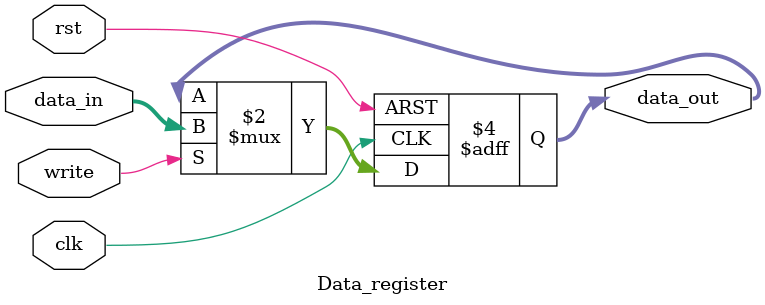
<source format=v>
module Data_register
        (input clk,write,rst,
        input [15:0] data_in,
        output reg[15:0] data_out);

	always @(posedge clk or posedge rst)
           begin
                 if ( rst ) data_out <= 0;
                 else if ( write ) data_out <= data_in;   

           end

endmodule
          
</source>
